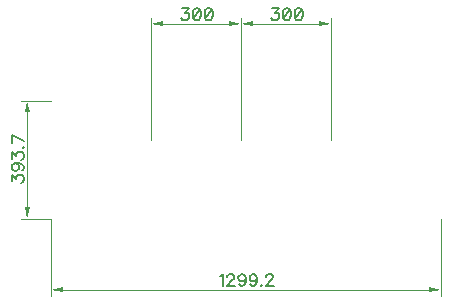
<source format=gbr>
G04 DipTrace 3.3.1.3*
G04 TopDimension.gbr*
%MOIN*%
G04 #@! TF.FileFunction,Drawing,Top*
G04 #@! TF.Part,Single*
%ADD13C,0.001378*%
%ADD33C,0.006176*%
%FSLAX26Y26*%
G04*
G70*
G90*
G75*
G01*
G04 TopDimension*
%LPD*%
X393700Y393700D2*
D13*
Y137794D1*
X1692913Y393700D2*
Y137794D1*
X1043306Y157480D2*
X433070D1*
G36*
X393700D2*
X433070Y165354D1*
Y149606D1*
X393700Y157480D1*
G37*
X1043306D2*
D13*
X1653543D1*
G36*
X1692913D2*
X1653543Y149606D1*
Y165354D1*
X1692913Y157480D1*
G37*
X393700Y393700D2*
D13*
X295275D1*
X393700Y787401D2*
X295275D1*
X314960Y590550D2*
Y433070D1*
G36*
Y393700D2*
X307086Y433070D1*
X322834D1*
X314960Y393700D1*
G37*
Y590550D2*
D13*
Y748031D1*
G36*
Y787401D2*
X322834Y748031D1*
X307086D1*
X314960Y787401D1*
G37*
X1326869Y656200D2*
D13*
Y1063385D1*
X1026869Y656200D2*
Y1063385D1*
X1176869Y1043700D2*
X1287499D1*
G36*
X1326869D2*
X1287499Y1035826D1*
Y1051574D1*
X1326869Y1043700D1*
G37*
X1176869D2*
D13*
X1066239D1*
G36*
X1026869D2*
X1066239Y1051574D1*
Y1035826D1*
X1026869Y1043700D1*
G37*
Y656200D2*
D13*
Y1063385D1*
X726869Y656200D2*
Y1063385D1*
X876869Y1043700D2*
X987499D1*
G36*
X1026869D2*
X987499Y1035826D1*
Y1051574D1*
X1026869Y1043700D1*
G37*
X876869D2*
D13*
X766239D1*
G36*
X726869D2*
X766239Y1051574D1*
Y1035826D1*
X726869Y1043700D1*
G37*
X957107Y202189D2*
D33*
X960954Y204134D1*
X966702Y209838D1*
Y169690D1*
X980998Y200287D2*
Y202189D1*
X982900Y206036D1*
X984801Y207937D1*
X988648Y209838D1*
X996297D1*
X1000100Y207937D1*
X1002001Y206036D1*
X1003946Y202189D1*
Y198386D1*
X1002001Y194539D1*
X998198Y188836D1*
X979053Y169690D1*
X1005848D1*
X1043092Y196485D2*
X1041147Y190737D1*
X1037344Y186890D1*
X1031596Y184989D1*
X1029695D1*
X1023947Y186890D1*
X1020145Y190737D1*
X1018199Y196485D1*
Y198386D1*
X1020145Y204134D1*
X1023947Y207937D1*
X1029695Y209838D1*
X1031596D1*
X1037344Y207937D1*
X1041147Y204134D1*
X1043092Y196485D1*
Y186890D1*
X1041147Y177340D1*
X1037344Y171592D1*
X1031596Y169690D1*
X1027794D1*
X1022046Y171592D1*
X1020145Y175438D1*
X1080337Y196485D2*
X1078392Y190737D1*
X1074589Y186890D1*
X1068841Y184989D1*
X1066940D1*
X1061192Y186890D1*
X1057389Y190737D1*
X1055444Y196485D1*
Y198386D1*
X1057389Y204134D1*
X1061192Y207937D1*
X1066940Y209838D1*
X1068841D1*
X1074589Y207937D1*
X1078392Y204134D1*
X1080337Y196485D1*
Y186890D1*
X1078392Y177340D1*
X1074589Y171592D1*
X1068841Y169690D1*
X1065039D1*
X1059291Y171592D1*
X1057389Y175438D1*
X1094590Y173537D2*
X1092689Y171592D1*
X1094590Y169690D1*
X1096535Y171592D1*
X1094590Y173537D1*
X1110832Y200287D2*
Y202189D1*
X1112734Y206036D1*
X1114635Y207937D1*
X1118482Y209838D1*
X1126131D1*
X1129933Y207937D1*
X1131835Y206036D1*
X1133780Y202189D1*
Y198386D1*
X1131835Y194539D1*
X1128032Y188836D1*
X1108887Y169690D1*
X1135681D1*
X262601Y518220D2*
Y539223D1*
X277900Y527771D1*
Y533519D1*
X279801Y537321D1*
X281702Y539223D1*
X287450Y541168D1*
X291253D1*
X297001Y539223D1*
X300848Y535420D1*
X302749Y529672D1*
Y523924D1*
X300848Y518220D1*
X298902Y516319D1*
X295100Y514373D1*
X275954Y578413D2*
X281702Y576467D1*
X285549Y572665D1*
X287450Y566917D1*
Y565015D1*
X285549Y559267D1*
X281702Y555465D1*
X275954Y553519D1*
X274053D1*
X268305Y555465D1*
X264503Y559267D1*
X262601Y565015D1*
Y566917D1*
X264503Y572665D1*
X268305Y576467D1*
X275954Y578413D1*
X285549D1*
X295100Y576467D1*
X300848Y572665D1*
X302749Y566917D1*
Y563114D1*
X300848Y557366D1*
X297001Y555465D1*
X262601Y594611D2*
Y615613D1*
X277900Y604162D1*
Y609910D1*
X279801Y613712D1*
X281702Y615613D1*
X287450Y617559D1*
X291253D1*
X297001Y615613D1*
X300848Y611811D1*
X302749Y606063D1*
Y600315D1*
X300848Y594611D1*
X298902Y592710D1*
X295100Y590764D1*
X298902Y631812D2*
X300848Y629910D1*
X302749Y631812D1*
X300848Y633757D1*
X298902Y631812D1*
X302749Y653758D2*
X262601Y672903D1*
Y646108D1*
X1131260Y1096059D2*
X1152263D1*
X1140811Y1080760D1*
X1146559D1*
X1150362Y1078859D1*
X1152263Y1076957D1*
X1154208Y1071209D1*
Y1067407D1*
X1152263Y1061659D1*
X1148460Y1057812D1*
X1142712Y1055911D1*
X1136964D1*
X1131260Y1057812D1*
X1129359Y1059758D1*
X1127414Y1063560D1*
X1178056Y1096059D2*
X1172308Y1094157D1*
X1168461Y1088409D1*
X1166560Y1078859D1*
Y1073111D1*
X1168461Y1063560D1*
X1172308Y1057812D1*
X1178056Y1055911D1*
X1181858D1*
X1187606Y1057812D1*
X1191409Y1063560D1*
X1193354Y1073111D1*
Y1078859D1*
X1191409Y1088409D1*
X1187606Y1094157D1*
X1181858Y1096059D1*
X1178056D1*
X1191409Y1088409D2*
X1168461Y1063560D1*
X1217202Y1096059D2*
X1211454Y1094157D1*
X1207607Y1088409D1*
X1205706Y1078859D1*
Y1073111D1*
X1207607Y1063560D1*
X1211454Y1057812D1*
X1217202Y1055911D1*
X1221004D1*
X1226753Y1057812D1*
X1230555Y1063560D1*
X1232501Y1073111D1*
Y1078859D1*
X1230555Y1088409D1*
X1226753Y1094157D1*
X1221004Y1096059D1*
X1217202D1*
X1230555Y1088409D2*
X1207607Y1063560D1*
X831260Y1096059D2*
X852263D1*
X840811Y1080760D1*
X846559D1*
X850362Y1078859D1*
X852263Y1076957D1*
X854208Y1071209D1*
Y1067407D1*
X852263Y1061659D1*
X848460Y1057812D1*
X842712Y1055911D1*
X836964D1*
X831260Y1057812D1*
X829359Y1059758D1*
X827414Y1063560D1*
X878056Y1096059D2*
X872308Y1094157D1*
X868461Y1088409D1*
X866560Y1078859D1*
Y1073111D1*
X868461Y1063560D1*
X872308Y1057812D1*
X878056Y1055911D1*
X881858D1*
X887606Y1057812D1*
X891409Y1063560D1*
X893354Y1073111D1*
Y1078859D1*
X891409Y1088409D1*
X887606Y1094157D1*
X881858Y1096059D1*
X878056D1*
X891409Y1088409D2*
X868461Y1063560D1*
X917202Y1096059D2*
X911454Y1094157D1*
X907607Y1088409D1*
X905706Y1078859D1*
Y1073111D1*
X907607Y1063560D1*
X911454Y1057812D1*
X917202Y1055911D1*
X921004D1*
X926753Y1057812D1*
X930555Y1063560D1*
X932501Y1073111D1*
Y1078859D1*
X930555Y1088409D1*
X926753Y1094157D1*
X921004Y1096059D1*
X917202D1*
X930555Y1088409D2*
X907607Y1063560D1*
M02*

</source>
